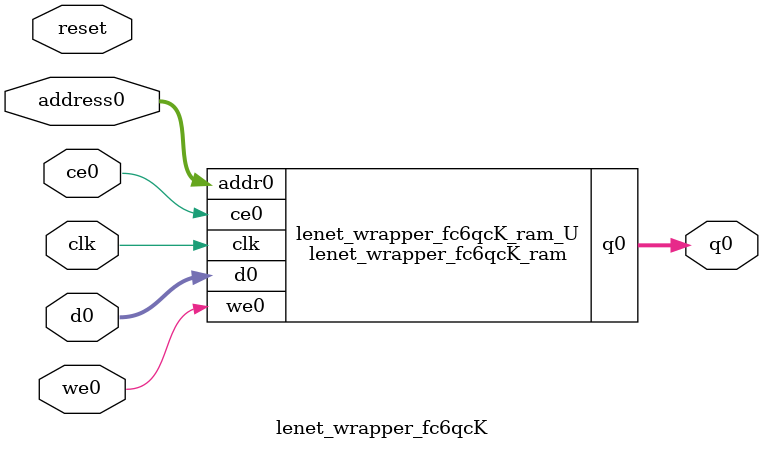
<source format=v>

`timescale 1 ns / 1 ps
module lenet_wrapper_fc6qcK_ram (addr0, ce0, d0, we0, q0,  clk);

parameter DWIDTH = 32;
parameter AWIDTH = 11;
parameter MEM_SIZE = 1200;

input[AWIDTH-1:0] addr0;
input ce0;
input[DWIDTH-1:0] d0;
input we0;
output reg[DWIDTH-1:0] q0;
input clk;

(* ram_style = "block" *)reg [DWIDTH-1:0] ram[0:MEM_SIZE-1];




always @(posedge clk)  
begin 
    if (ce0) 
    begin
        if (we0) 
        begin 
            ram[addr0] <= d0; 
            q0 <= d0;
        end 
        else 
            q0 <= ram[addr0];
    end
end


endmodule


`timescale 1 ns / 1 ps
module lenet_wrapper_fc6qcK(
    reset,
    clk,
    address0,
    ce0,
    we0,
    d0,
    q0);

parameter DataWidth = 32'd32;
parameter AddressRange = 32'd1200;
parameter AddressWidth = 32'd11;
input reset;
input clk;
input[AddressWidth - 1:0] address0;
input ce0;
input we0;
input[DataWidth - 1:0] d0;
output[DataWidth - 1:0] q0;



lenet_wrapper_fc6qcK_ram lenet_wrapper_fc6qcK_ram_U(
    .clk( clk ),
    .addr0( address0 ),
    .ce0( ce0 ),
    .d0( d0 ),
    .we0( we0 ),
    .q0( q0 ));

endmodule


</source>
